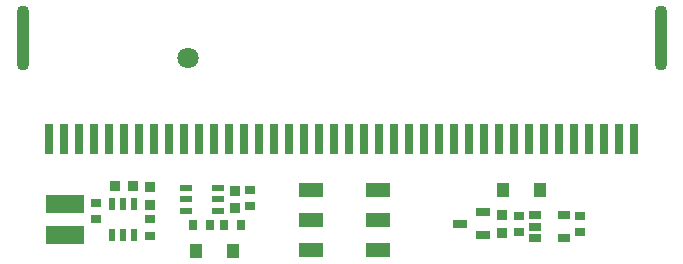
<source format=gts>
%TF.GenerationSoftware,KiCad,Pcbnew,9.0.5*%
%TF.CreationDate,2025-10-03T12:11:08+01:00*%
%TF.ProjectId,vm_jacdaptor,766d5f6a-6163-4646-9170-746f722e6b69,0.4*%
%TF.SameCoordinates,PX58b1140PY3fe56c0*%
%TF.FileFunction,Soldermask,Top*%
%TF.FilePolarity,Negative*%
%FSLAX45Y45*%
G04 Gerber Fmt 4.5, Leading zero omitted, Abs format (unit mm)*
G04 Created by KiCad (PCBNEW 9.0.5) date 2025-10-03 12:11:08*
%MOMM*%
%LPD*%
G01*
G04 APERTURE LIST*
%ADD10R,0.860000X0.810000*%
%ADD11R,0.800000X0.900000*%
%ADD12R,1.000000X0.700000*%
%ADD13R,0.900000X0.800000*%
%ADD14R,0.810000X0.860000*%
%ADD15R,3.320000X1.500000*%
%ADD16R,1.100000X0.600000*%
%ADD17R,0.600000X1.100000*%
%ADD18R,2.000000X1.200000*%
%ADD19C,1.800000*%
%ADD20R,0.800000X2.500000*%
%ADD21O,1.100000X5.500000*%
%ADD22R,1.000000X1.200000*%
%ADD23R,1.250000X0.700000*%
G04 APERTURE END LIST*
D10*
%TO.C,R4*%
X1360000Y-675000D03*
X1360000Y-825000D03*
%TD*%
%TO.C,R1*%
X-1620000Y-585000D03*
X-1620000Y-435000D03*
%TD*%
D11*
%TO.C,C7*%
X-1255000Y-760000D03*
X-1115000Y-760000D03*
%TD*%
D12*
%TO.C,U2*%
X1640000Y-675000D03*
X1640000Y-770000D03*
X1640000Y-865000D03*
X1880000Y-865000D03*
X1880000Y-675000D03*
%TD*%
D13*
%TO.C,C2*%
X-1620000Y-710000D03*
X-1620000Y-850000D03*
%TD*%
D14*
%TO.C,R2*%
X-1765000Y-425000D03*
X-1915000Y-425000D03*
%TD*%
D15*
%TO.C,L1*%
X-2340000Y-577000D03*
X-2340000Y-843000D03*
%TD*%
D13*
%TO.C,C1*%
X-2080000Y-570000D03*
X-2080000Y-710000D03*
%TD*%
%TO.C,C6*%
X1500000Y-680000D03*
X1500000Y-820000D03*
%TD*%
D16*
%TO.C,U3*%
X-1050000Y-635000D03*
X-1050000Y-540000D03*
X-1050000Y-445000D03*
X-1320000Y-445000D03*
X-1320000Y-540000D03*
X-1320000Y-635000D03*
%TD*%
D13*
%TO.C,C5*%
X2020000Y-680000D03*
X2020000Y-820000D03*
%TD*%
D10*
%TO.C,R3*%
X-905000Y-615000D03*
X-905000Y-465000D03*
%TD*%
D11*
%TO.C,C3*%
X-855000Y-760000D03*
X-995000Y-760000D03*
%TD*%
D17*
%TO.C,U1*%
X-1945000Y-845000D03*
X-1850000Y-845000D03*
X-1755000Y-845000D03*
X-1755000Y-575000D03*
X-1850000Y-575000D03*
X-1945000Y-575000D03*
%TD*%
D18*
%TO.C,SW1*%
X-260000Y-964500D03*
X-260000Y-714500D03*
X-260000Y-464500D03*
X310000Y-964500D03*
X310000Y-714500D03*
X310000Y-464500D03*
%TD*%
D19*
%TO.C,J1*%
X-1300000Y660000D03*
D20*
X-2476000Y-26000D03*
X-2349000Y-26000D03*
X-2222000Y-26000D03*
X-2095000Y-26000D03*
X-1968000Y-26000D03*
X-1841000Y-26000D03*
X-1714000Y-26000D03*
X-1587000Y-26000D03*
X-1461000Y-26000D03*
X-1334000Y-26000D03*
X-1206000Y-26000D03*
X-1079000Y-26000D03*
X-952000Y-26000D03*
X-825000Y-26000D03*
X-698000Y-26000D03*
X-571000Y-26000D03*
X-444000Y-26000D03*
X-317000Y-26000D03*
X-190000Y-26000D03*
X-63000Y-26000D03*
X63000Y-26000D03*
X190000Y-26000D03*
X317000Y-26000D03*
X445000Y-26000D03*
X572000Y-26000D03*
X699000Y-26000D03*
X826000Y-26000D03*
X953000Y-26000D03*
X1080000Y-26000D03*
X1207000Y-26000D03*
X1334000Y-26000D03*
X1461000Y-26000D03*
X1588000Y-26000D03*
X1714000Y-26000D03*
X1841000Y-26000D03*
X1969000Y-26000D03*
X2096000Y-26000D03*
X2223000Y-26000D03*
X2350000Y-26000D03*
X2477000Y-26000D03*
D21*
X2700000Y825000D03*
X-2700000Y825000D03*
%TD*%
D22*
%TO.C,D3*%
X1370000Y-462500D03*
X1680000Y-462500D03*
%TD*%
D13*
%TO.C,C4*%
X-775000Y-460000D03*
X-775000Y-600000D03*
%TD*%
D22*
%TO.C,D2*%
X-920902Y-973674D03*
X-1230902Y-973674D03*
%TD*%
D23*
%TO.C,D1*%
X1200000Y-840000D03*
X1200000Y-650000D03*
X1000000Y-745000D03*
%TD*%
M02*

</source>
